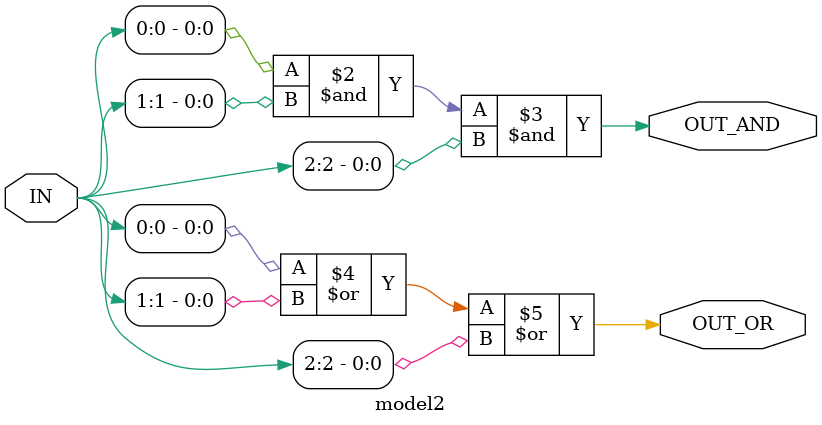
<source format=v>
module model2(
    input [2:0] IN,
    output OUT_AND,
    output OUT_OR
);

always @(*) begin
    
end
assign OUT_AND = IN[0] & IN[1] & IN[2];
assign OUT_OR = IN[0] | IN[1] | IN[2];

endmodule
</source>
